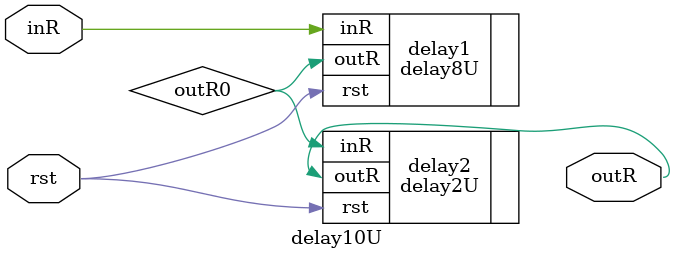
<source format=v>
`timescale 1ns / 1ps

module delay10U(inR, outR, rst);
input inR, rst;
output outR;

wire outR0;


delay8U delay1(.inR(inR  ), .outR(outR0), .rst(rst));
delay2U delay2(.inR(outR0), .outR(outR ), .rst(rst));
endmodule


</source>
